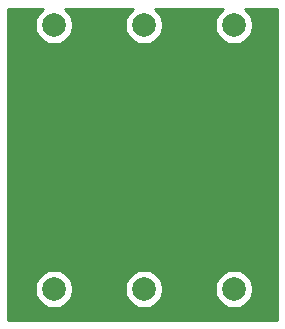
<source format=gbr>
G04 #@! TF.GenerationSoftware,KiCad,Pcbnew,(5.1.5-0-10_14)*
G04 #@! TF.CreationDate,2020-07-09T21:36:47+03:00*
G04 #@! TF.ProjectId,miniRGBii,6d696e69-5247-4426-9969-2e6b69636164,rev?*
G04 #@! TF.SameCoordinates,Original*
G04 #@! TF.FileFunction,Copper,L2,Bot*
G04 #@! TF.FilePolarity,Positive*
%FSLAX46Y46*%
G04 Gerber Fmt 4.6, Leading zero omitted, Abs format (unit mm)*
G04 Created by KiCad (PCBNEW (5.1.5-0-10_14)) date 2020-07-09 21:36:47*
%MOMM*%
%LPD*%
G04 APERTURE LIST*
%ADD10C,2.000000*%
%ADD11C,0.800000*%
%ADD12C,0.254000*%
G04 APERTURE END LIST*
D10*
X16764000Y-24384000D03*
X4572000Y-2032000D03*
X19812000Y-2032000D03*
X12192000Y-2032000D03*
X19812000Y-24384000D03*
X12192000Y-24384000D03*
X4572000Y-24384000D03*
D11*
X10414000Y-3302000D03*
X2540000Y-3302000D03*
X18034000Y-3302000D03*
X18034000Y-11430000D03*
X10414000Y-11430000D03*
X2540000Y-11430000D03*
X2540000Y-23114000D03*
X10414000Y-23114000D03*
X18034000Y-22606000D03*
D12*
G36*
X3529748Y-762013D02*
G01*
X3302013Y-989748D01*
X3123082Y-1257537D01*
X2999832Y-1555088D01*
X2937000Y-1870967D01*
X2937000Y-2193033D01*
X2999832Y-2508912D01*
X3123082Y-2806463D01*
X3302013Y-3074252D01*
X3529748Y-3301987D01*
X3797537Y-3480918D01*
X4095088Y-3604168D01*
X4410967Y-3667000D01*
X4733033Y-3667000D01*
X5048912Y-3604168D01*
X5346463Y-3480918D01*
X5614252Y-3301987D01*
X5841987Y-3074252D01*
X6020918Y-2806463D01*
X6144168Y-2508912D01*
X6207000Y-2193033D01*
X6207000Y-1870967D01*
X6144168Y-1555088D01*
X6020918Y-1257537D01*
X5841987Y-989748D01*
X5614252Y-762013D01*
X5536409Y-710000D01*
X11227591Y-710000D01*
X11149748Y-762013D01*
X10922013Y-989748D01*
X10743082Y-1257537D01*
X10619832Y-1555088D01*
X10557000Y-1870967D01*
X10557000Y-2193033D01*
X10619832Y-2508912D01*
X10743082Y-2806463D01*
X10922013Y-3074252D01*
X11149748Y-3301987D01*
X11417537Y-3480918D01*
X11715088Y-3604168D01*
X12030967Y-3667000D01*
X12353033Y-3667000D01*
X12668912Y-3604168D01*
X12966463Y-3480918D01*
X13234252Y-3301987D01*
X13461987Y-3074252D01*
X13640918Y-2806463D01*
X13764168Y-2508912D01*
X13827000Y-2193033D01*
X13827000Y-1870967D01*
X13764168Y-1555088D01*
X13640918Y-1257537D01*
X13461987Y-989748D01*
X13234252Y-762013D01*
X13156409Y-710000D01*
X18847591Y-710000D01*
X18769748Y-762013D01*
X18542013Y-989748D01*
X18363082Y-1257537D01*
X18239832Y-1555088D01*
X18177000Y-1870967D01*
X18177000Y-2193033D01*
X18239832Y-2508912D01*
X18363082Y-2806463D01*
X18542013Y-3074252D01*
X18769748Y-3301987D01*
X19037537Y-3480918D01*
X19335088Y-3604168D01*
X19650967Y-3667000D01*
X19973033Y-3667000D01*
X20288912Y-3604168D01*
X20586463Y-3480918D01*
X20854252Y-3301987D01*
X21081987Y-3074252D01*
X21260918Y-2806463D01*
X21384168Y-2508912D01*
X21447000Y-2193033D01*
X21447000Y-1870967D01*
X21384168Y-1555088D01*
X21260918Y-1257537D01*
X21081987Y-989748D01*
X20854252Y-762013D01*
X20776409Y-710000D01*
X23420001Y-710000D01*
X23420000Y-26976000D01*
X710000Y-26976000D01*
X710000Y-24222967D01*
X2937000Y-24222967D01*
X2937000Y-24545033D01*
X2999832Y-24860912D01*
X3123082Y-25158463D01*
X3302013Y-25426252D01*
X3529748Y-25653987D01*
X3797537Y-25832918D01*
X4095088Y-25956168D01*
X4410967Y-26019000D01*
X4733033Y-26019000D01*
X5048912Y-25956168D01*
X5346463Y-25832918D01*
X5614252Y-25653987D01*
X5841987Y-25426252D01*
X6020918Y-25158463D01*
X6144168Y-24860912D01*
X6207000Y-24545033D01*
X6207000Y-24222967D01*
X10557000Y-24222967D01*
X10557000Y-24545033D01*
X10619832Y-24860912D01*
X10743082Y-25158463D01*
X10922013Y-25426252D01*
X11149748Y-25653987D01*
X11417537Y-25832918D01*
X11715088Y-25956168D01*
X12030967Y-26019000D01*
X12353033Y-26019000D01*
X12668912Y-25956168D01*
X12966463Y-25832918D01*
X13234252Y-25653987D01*
X13461987Y-25426252D01*
X13640918Y-25158463D01*
X13764168Y-24860912D01*
X13827000Y-24545033D01*
X13827000Y-24222967D01*
X18177000Y-24222967D01*
X18177000Y-24545033D01*
X18239832Y-24860912D01*
X18363082Y-25158463D01*
X18542013Y-25426252D01*
X18769748Y-25653987D01*
X19037537Y-25832918D01*
X19335088Y-25956168D01*
X19650967Y-26019000D01*
X19973033Y-26019000D01*
X20288912Y-25956168D01*
X20586463Y-25832918D01*
X20854252Y-25653987D01*
X21081987Y-25426252D01*
X21260918Y-25158463D01*
X21384168Y-24860912D01*
X21447000Y-24545033D01*
X21447000Y-24222967D01*
X21384168Y-23907088D01*
X21260918Y-23609537D01*
X21081987Y-23341748D01*
X20854252Y-23114013D01*
X20586463Y-22935082D01*
X20288912Y-22811832D01*
X19973033Y-22749000D01*
X19650967Y-22749000D01*
X19335088Y-22811832D01*
X19037537Y-22935082D01*
X18769748Y-23114013D01*
X18542013Y-23341748D01*
X18363082Y-23609537D01*
X18239832Y-23907088D01*
X18177000Y-24222967D01*
X13827000Y-24222967D01*
X13764168Y-23907088D01*
X13640918Y-23609537D01*
X13461987Y-23341748D01*
X13234252Y-23114013D01*
X12966463Y-22935082D01*
X12668912Y-22811832D01*
X12353033Y-22749000D01*
X12030967Y-22749000D01*
X11715088Y-22811832D01*
X11417537Y-22935082D01*
X11149748Y-23114013D01*
X10922013Y-23341748D01*
X10743082Y-23609537D01*
X10619832Y-23907088D01*
X10557000Y-24222967D01*
X6207000Y-24222967D01*
X6144168Y-23907088D01*
X6020918Y-23609537D01*
X5841987Y-23341748D01*
X5614252Y-23114013D01*
X5346463Y-22935082D01*
X5048912Y-22811832D01*
X4733033Y-22749000D01*
X4410967Y-22749000D01*
X4095088Y-22811832D01*
X3797537Y-22935082D01*
X3529748Y-23114013D01*
X3302013Y-23341748D01*
X3123082Y-23609537D01*
X2999832Y-23907088D01*
X2937000Y-24222967D01*
X710000Y-24222967D01*
X710000Y-710000D01*
X3607591Y-710000D01*
X3529748Y-762013D01*
G37*
X3529748Y-762013D02*
X3302013Y-989748D01*
X3123082Y-1257537D01*
X2999832Y-1555088D01*
X2937000Y-1870967D01*
X2937000Y-2193033D01*
X2999832Y-2508912D01*
X3123082Y-2806463D01*
X3302013Y-3074252D01*
X3529748Y-3301987D01*
X3797537Y-3480918D01*
X4095088Y-3604168D01*
X4410967Y-3667000D01*
X4733033Y-3667000D01*
X5048912Y-3604168D01*
X5346463Y-3480918D01*
X5614252Y-3301987D01*
X5841987Y-3074252D01*
X6020918Y-2806463D01*
X6144168Y-2508912D01*
X6207000Y-2193033D01*
X6207000Y-1870967D01*
X6144168Y-1555088D01*
X6020918Y-1257537D01*
X5841987Y-989748D01*
X5614252Y-762013D01*
X5536409Y-710000D01*
X11227591Y-710000D01*
X11149748Y-762013D01*
X10922013Y-989748D01*
X10743082Y-1257537D01*
X10619832Y-1555088D01*
X10557000Y-1870967D01*
X10557000Y-2193033D01*
X10619832Y-2508912D01*
X10743082Y-2806463D01*
X10922013Y-3074252D01*
X11149748Y-3301987D01*
X11417537Y-3480918D01*
X11715088Y-3604168D01*
X12030967Y-3667000D01*
X12353033Y-3667000D01*
X12668912Y-3604168D01*
X12966463Y-3480918D01*
X13234252Y-3301987D01*
X13461987Y-3074252D01*
X13640918Y-2806463D01*
X13764168Y-2508912D01*
X13827000Y-2193033D01*
X13827000Y-1870967D01*
X13764168Y-1555088D01*
X13640918Y-1257537D01*
X13461987Y-989748D01*
X13234252Y-762013D01*
X13156409Y-710000D01*
X18847591Y-710000D01*
X18769748Y-762013D01*
X18542013Y-989748D01*
X18363082Y-1257537D01*
X18239832Y-1555088D01*
X18177000Y-1870967D01*
X18177000Y-2193033D01*
X18239832Y-2508912D01*
X18363082Y-2806463D01*
X18542013Y-3074252D01*
X18769748Y-3301987D01*
X19037537Y-3480918D01*
X19335088Y-3604168D01*
X19650967Y-3667000D01*
X19973033Y-3667000D01*
X20288912Y-3604168D01*
X20586463Y-3480918D01*
X20854252Y-3301987D01*
X21081987Y-3074252D01*
X21260918Y-2806463D01*
X21384168Y-2508912D01*
X21447000Y-2193033D01*
X21447000Y-1870967D01*
X21384168Y-1555088D01*
X21260918Y-1257537D01*
X21081987Y-989748D01*
X20854252Y-762013D01*
X20776409Y-710000D01*
X23420001Y-710000D01*
X23420000Y-26976000D01*
X710000Y-26976000D01*
X710000Y-24222967D01*
X2937000Y-24222967D01*
X2937000Y-24545033D01*
X2999832Y-24860912D01*
X3123082Y-25158463D01*
X3302013Y-25426252D01*
X3529748Y-25653987D01*
X3797537Y-25832918D01*
X4095088Y-25956168D01*
X4410967Y-26019000D01*
X4733033Y-26019000D01*
X5048912Y-25956168D01*
X5346463Y-25832918D01*
X5614252Y-25653987D01*
X5841987Y-25426252D01*
X6020918Y-25158463D01*
X6144168Y-24860912D01*
X6207000Y-24545033D01*
X6207000Y-24222967D01*
X10557000Y-24222967D01*
X10557000Y-24545033D01*
X10619832Y-24860912D01*
X10743082Y-25158463D01*
X10922013Y-25426252D01*
X11149748Y-25653987D01*
X11417537Y-25832918D01*
X11715088Y-25956168D01*
X12030967Y-26019000D01*
X12353033Y-26019000D01*
X12668912Y-25956168D01*
X12966463Y-25832918D01*
X13234252Y-25653987D01*
X13461987Y-25426252D01*
X13640918Y-25158463D01*
X13764168Y-24860912D01*
X13827000Y-24545033D01*
X13827000Y-24222967D01*
X18177000Y-24222967D01*
X18177000Y-24545033D01*
X18239832Y-24860912D01*
X18363082Y-25158463D01*
X18542013Y-25426252D01*
X18769748Y-25653987D01*
X19037537Y-25832918D01*
X19335088Y-25956168D01*
X19650967Y-26019000D01*
X19973033Y-26019000D01*
X20288912Y-25956168D01*
X20586463Y-25832918D01*
X20854252Y-25653987D01*
X21081987Y-25426252D01*
X21260918Y-25158463D01*
X21384168Y-24860912D01*
X21447000Y-24545033D01*
X21447000Y-24222967D01*
X21384168Y-23907088D01*
X21260918Y-23609537D01*
X21081987Y-23341748D01*
X20854252Y-23114013D01*
X20586463Y-22935082D01*
X20288912Y-22811832D01*
X19973033Y-22749000D01*
X19650967Y-22749000D01*
X19335088Y-22811832D01*
X19037537Y-22935082D01*
X18769748Y-23114013D01*
X18542013Y-23341748D01*
X18363082Y-23609537D01*
X18239832Y-23907088D01*
X18177000Y-24222967D01*
X13827000Y-24222967D01*
X13764168Y-23907088D01*
X13640918Y-23609537D01*
X13461987Y-23341748D01*
X13234252Y-23114013D01*
X12966463Y-22935082D01*
X12668912Y-22811832D01*
X12353033Y-22749000D01*
X12030967Y-22749000D01*
X11715088Y-22811832D01*
X11417537Y-22935082D01*
X11149748Y-23114013D01*
X10922013Y-23341748D01*
X10743082Y-23609537D01*
X10619832Y-23907088D01*
X10557000Y-24222967D01*
X6207000Y-24222967D01*
X6144168Y-23907088D01*
X6020918Y-23609537D01*
X5841987Y-23341748D01*
X5614252Y-23114013D01*
X5346463Y-22935082D01*
X5048912Y-22811832D01*
X4733033Y-22749000D01*
X4410967Y-22749000D01*
X4095088Y-22811832D01*
X3797537Y-22935082D01*
X3529748Y-23114013D01*
X3302013Y-23341748D01*
X3123082Y-23609537D01*
X2999832Y-23907088D01*
X2937000Y-24222967D01*
X710000Y-24222967D01*
X710000Y-710000D01*
X3607591Y-710000D01*
X3529748Y-762013D01*
M02*

</source>
